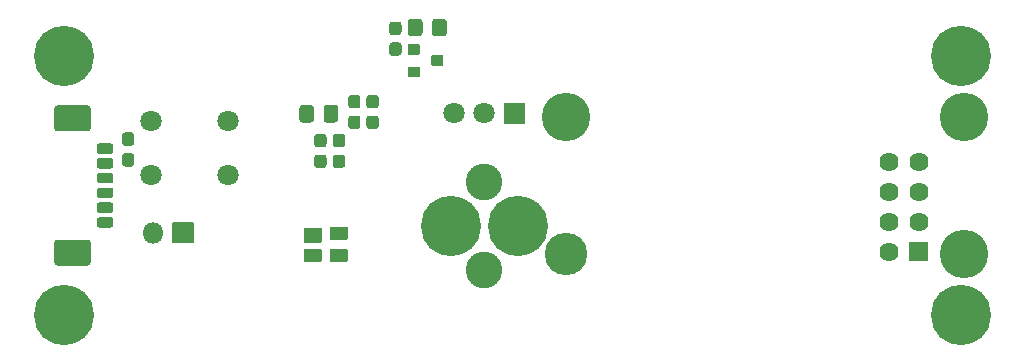
<source format=gts>
%TF.GenerationSoftware,KiCad,Pcbnew,5.99.0-unknown-57e35c9~88~ubuntu19.10.1*%
%TF.CreationDate,2021-08-07T12:38:01-04:00*%
%TF.ProjectId,FOD,464f442e-6b69-4636-9164-5f7063625858,rev?*%
%TF.SameCoordinates,Original*%
%TF.FileFunction,Soldermask,Top*%
%TF.FilePolarity,Negative*%
%FSLAX46Y46*%
G04 Gerber Fmt 4.6, Leading zero omitted, Abs format (unit mm)*
G04 Created by KiCad (PCBNEW 5.99.0-unknown-57e35c9~88~ubuntu19.10.1) date 2021-08-07 12:38:01*
%MOMM*%
%LPD*%
G01*
G04 APERTURE LIST*
%ADD10C,4.100000*%
%ADD11C,3.600000*%
%ADD12C,3.100000*%
%ADD13C,5.100000*%
%ADD14C,1.800000*%
%ADD15C,1.624000*%
%ADD16O,1.800000X1.800000*%
G04 APERTURE END LIST*
D10*
%TO.C,U6*%
X180654999Y-57104999D03*
X180654999Y-68744999D03*
X146954999Y-57104999D03*
D11*
X146954999Y-68744999D03*
D12*
X140004999Y-62600000D03*
X140004999Y-70049998D03*
D13*
X137154999Y-66324999D03*
X142854999Y-66324999D03*
X180354999Y-51924999D03*
X180354999Y-73924999D03*
X104454999Y-73924999D03*
X104454999Y-51924999D03*
%TD*%
%TO.C,J4*%
G36*
G01*
X103861800Y-67499999D02*
X106438200Y-67499999D01*
G75*
G02*
X106700000Y-67761799I0J-261800D01*
G01*
X106700000Y-69438199D01*
G75*
G02*
X106438200Y-69699999I-261800J0D01*
G01*
X103861800Y-69699999D01*
G75*
G02*
X103600000Y-69438199I0J261800D01*
G01*
X103600000Y-67761799D01*
G75*
G02*
X103861800Y-67499999I261800J0D01*
G01*
G37*
G36*
G01*
X103861800Y-56149999D02*
X106438200Y-56149999D01*
G75*
G02*
X106700000Y-56411799I0J-261800D01*
G01*
X106700000Y-58088199D01*
G75*
G02*
X106438200Y-58349999I-261800J0D01*
G01*
X103861800Y-58349999D01*
G75*
G02*
X103600000Y-58088199I0J261800D01*
G01*
X103600000Y-56411799D01*
G75*
G02*
X103861800Y-56149999I261800J0D01*
G01*
G37*
G36*
G01*
X107425000Y-65599999D02*
X108375000Y-65599999D01*
G75*
G02*
X108600000Y-65824999I0J-225000D01*
G01*
X108600000Y-66274999D01*
G75*
G02*
X108375000Y-66499999I-225000J0D01*
G01*
X107425000Y-66499999D01*
G75*
G02*
X107200000Y-66274999I0J225000D01*
G01*
X107200000Y-65824999D01*
G75*
G02*
X107425000Y-65599999I225000J0D01*
G01*
G37*
G36*
G01*
X107425000Y-64349999D02*
X108375000Y-64349999D01*
G75*
G02*
X108600000Y-64574999I0J-225000D01*
G01*
X108600000Y-65024999D01*
G75*
G02*
X108375000Y-65249999I-225000J0D01*
G01*
X107425000Y-65249999D01*
G75*
G02*
X107200000Y-65024999I0J225000D01*
G01*
X107200000Y-64574999D01*
G75*
G02*
X107425000Y-64349999I225000J0D01*
G01*
G37*
G36*
G01*
X107425000Y-63099999D02*
X108375000Y-63099999D01*
G75*
G02*
X108600000Y-63324999I0J-225000D01*
G01*
X108600000Y-63774999D01*
G75*
G02*
X108375000Y-63999999I-225000J0D01*
G01*
X107425000Y-63999999D01*
G75*
G02*
X107200000Y-63774999I0J225000D01*
G01*
X107200000Y-63324999D01*
G75*
G02*
X107425000Y-63099999I225000J0D01*
G01*
G37*
G36*
G01*
X107425000Y-61849999D02*
X108375000Y-61849999D01*
G75*
G02*
X108600000Y-62074999I0J-225000D01*
G01*
X108600000Y-62524999D01*
G75*
G02*
X108375000Y-62749999I-225000J0D01*
G01*
X107425000Y-62749999D01*
G75*
G02*
X107200000Y-62524999I0J225000D01*
G01*
X107200000Y-62074999D01*
G75*
G02*
X107425000Y-61849999I225000J0D01*
G01*
G37*
G36*
G01*
X107425000Y-60599999D02*
X108375000Y-60599999D01*
G75*
G02*
X108600000Y-60824999I0J-225000D01*
G01*
X108600000Y-61274999D01*
G75*
G02*
X108375000Y-61499999I-225000J0D01*
G01*
X107425000Y-61499999D01*
G75*
G02*
X107200000Y-61274999I0J225000D01*
G01*
X107200000Y-60824999D01*
G75*
G02*
X107425000Y-60599999I225000J0D01*
G01*
G37*
G36*
G01*
X107425000Y-59349999D02*
X108375000Y-59349999D01*
G75*
G02*
X108600000Y-59574999I0J-225000D01*
G01*
X108600000Y-60024999D01*
G75*
G02*
X108375000Y-60249999I-225000J0D01*
G01*
X107425000Y-60249999D01*
G75*
G02*
X107200000Y-60024999I0J225000D01*
G01*
X107200000Y-59574999D01*
G75*
G02*
X107425000Y-59349999I225000J0D01*
G01*
G37*
%TD*%
D14*
%TO.C,U4*%
X137464999Y-56800000D03*
X140004999Y-56800000D03*
G36*
G01*
X141694999Y-55900000D02*
X143394999Y-55900000D01*
G75*
G02*
X143444999Y-55950000I0J-50000D01*
G01*
X143444999Y-57650000D01*
G75*
G02*
X143394999Y-57700000I-50000J0D01*
G01*
X141694999Y-57700000D01*
G75*
G02*
X141644999Y-57650000I0J50000D01*
G01*
X141644999Y-55950000D01*
G75*
G02*
X141694999Y-55900000I50000J0D01*
G01*
G37*
%TD*%
D15*
%TO.C,U3*%
X174260000Y-60905000D03*
X176800000Y-60905000D03*
X174260000Y-63445000D03*
X176800000Y-63445000D03*
X174260000Y-65985000D03*
X176800000Y-65985000D03*
X174260000Y-68525000D03*
G36*
G01*
X177612000Y-67763000D02*
X177612000Y-69287000D01*
G75*
G02*
X177562000Y-69337000I-50000J0D01*
G01*
X176038000Y-69337000D01*
G75*
G02*
X175988000Y-69287000I0J50000D01*
G01*
X175988000Y-67763000D01*
G75*
G02*
X176038000Y-67713000I50000J0D01*
G01*
X177562000Y-67713000D01*
G75*
G02*
X177612000Y-67763000I0J-50000D01*
G01*
G37*
%TD*%
D14*
%TO.C,SW1*%
X111800000Y-57500000D03*
X118300000Y-57500000D03*
X111800000Y-62000000D03*
X118300000Y-62000000D03*
%TD*%
%TO.C,R6*%
G36*
G01*
X132737500Y-50200000D02*
X132212500Y-50200000D01*
G75*
G02*
X131950000Y-49937500I0J262500D01*
G01*
X131950000Y-49312500D01*
G75*
G02*
X132212500Y-49050000I262500J0D01*
G01*
X132737500Y-49050000D01*
G75*
G02*
X133000000Y-49312500I0J-262500D01*
G01*
X133000000Y-49937500D01*
G75*
G02*
X132737500Y-50200000I-262500J0D01*
G01*
G37*
G36*
G01*
X132737500Y-51950000D02*
X132212500Y-51950000D01*
G75*
G02*
X131950000Y-51687500I0J262500D01*
G01*
X131950000Y-51062500D01*
G75*
G02*
X132212500Y-50800000I262500J0D01*
G01*
X132737500Y-50800000D01*
G75*
G02*
X133000000Y-51062500I0J-262500D01*
G01*
X133000000Y-51687500D01*
G75*
G02*
X132737500Y-51950000I-262500J0D01*
G01*
G37*
%TD*%
%TO.C,R2*%
G36*
G01*
X110112500Y-59575000D02*
X109587500Y-59575000D01*
G75*
G02*
X109325000Y-59312500I0J262500D01*
G01*
X109325000Y-58687500D01*
G75*
G02*
X109587500Y-58425000I262500J0D01*
G01*
X110112500Y-58425000D01*
G75*
G02*
X110375000Y-58687500I0J-262500D01*
G01*
X110375000Y-59312500D01*
G75*
G02*
X110112500Y-59575000I-262500J0D01*
G01*
G37*
G36*
G01*
X110112500Y-61325000D02*
X109587500Y-61325000D01*
G75*
G02*
X109325000Y-61062500I0J262500D01*
G01*
X109325000Y-60437500D01*
G75*
G02*
X109587500Y-60175000I262500J0D01*
G01*
X110112500Y-60175000D01*
G75*
G02*
X110375000Y-60437500I0J-262500D01*
G01*
X110375000Y-61062500D01*
G75*
G02*
X110112500Y-61325000I-262500J0D01*
G01*
G37*
%TD*%
%TO.C,Q1*%
G36*
G01*
X135525000Y-52750000D02*
X135525000Y-51950000D01*
G75*
G02*
X135575000Y-51900000I50000J0D01*
G01*
X136475000Y-51900000D01*
G75*
G02*
X136525000Y-51950000I0J-50000D01*
G01*
X136525000Y-52750000D01*
G75*
G02*
X136475000Y-52800000I-50000J0D01*
G01*
X135575000Y-52800000D01*
G75*
G02*
X135525000Y-52750000I0J50000D01*
G01*
G37*
G36*
G01*
X133525000Y-53700000D02*
X133525000Y-52900000D01*
G75*
G02*
X133575000Y-52850000I50000J0D01*
G01*
X134475000Y-52850000D01*
G75*
G02*
X134525000Y-52900000I0J-50000D01*
G01*
X134525000Y-53700000D01*
G75*
G02*
X134475000Y-53750000I-50000J0D01*
G01*
X133575000Y-53750000D01*
G75*
G02*
X133525000Y-53700000I0J50000D01*
G01*
G37*
G36*
G01*
X133525000Y-51800000D02*
X133525000Y-51000000D01*
G75*
G02*
X133575000Y-50950000I50000J0D01*
G01*
X134475000Y-50950000D01*
G75*
G02*
X134525000Y-51000000I0J-50000D01*
G01*
X134525000Y-51800000D01*
G75*
G02*
X134475000Y-51850000I-50000J0D01*
G01*
X133575000Y-51850000D01*
G75*
G02*
X133525000Y-51800000I0J50000D01*
G01*
G37*
%TD*%
%TO.C,L1*%
G36*
G01*
X125600000Y-56371738D02*
X125600000Y-57328262D01*
G75*
G02*
X125328262Y-57600000I-271738J0D01*
G01*
X124621738Y-57600000D01*
G75*
G02*
X124350000Y-57328262I0J271738D01*
G01*
X124350000Y-56371738D01*
G75*
G02*
X124621738Y-56100000I271738J0D01*
G01*
X125328262Y-56100000D01*
G75*
G02*
X125600000Y-56371738I0J-271738D01*
G01*
G37*
G36*
G01*
X127650000Y-56371738D02*
X127650000Y-57328262D01*
G75*
G02*
X127378262Y-57600000I-271738J0D01*
G01*
X126671738Y-57600000D01*
G75*
G02*
X126400000Y-57328262I0J271738D01*
G01*
X126400000Y-56371738D01*
G75*
G02*
X126671738Y-56100000I271738J0D01*
G01*
X127378262Y-56100000D01*
G75*
G02*
X127650000Y-56371738I0J-271738D01*
G01*
G37*
%TD*%
D16*
%TO.C,J3*%
X111960000Y-66925000D03*
G36*
G01*
X113650000Y-66025000D02*
X115350000Y-66025000D01*
G75*
G02*
X115400000Y-66075000I0J-50000D01*
G01*
X115400000Y-67775000D01*
G75*
G02*
X115350000Y-67825000I-50000J0D01*
G01*
X113650000Y-67825000D01*
G75*
G02*
X113600000Y-67775000I0J50000D01*
G01*
X113600000Y-66075000D01*
G75*
G02*
X113650000Y-66025000I50000J0D01*
G01*
G37*
%TD*%
%TO.C,D2*%
G36*
G01*
X134775000Y-49071738D02*
X134775000Y-50028262D01*
G75*
G02*
X134503262Y-50300000I-271738J0D01*
G01*
X133796738Y-50300000D01*
G75*
G02*
X133525000Y-50028262I0J271738D01*
G01*
X133525000Y-49071738D01*
G75*
G02*
X133796738Y-48800000I271738J0D01*
G01*
X134503262Y-48800000D01*
G75*
G02*
X134775000Y-49071738I0J-271738D01*
G01*
G37*
G36*
G01*
X136825000Y-49071738D02*
X136825000Y-50028262D01*
G75*
G02*
X136553262Y-50300000I-271738J0D01*
G01*
X135846738Y-50300000D01*
G75*
G02*
X135575000Y-50028262I0J271738D01*
G01*
X135575000Y-49071738D01*
G75*
G02*
X135846738Y-48800000I271738J0D01*
G01*
X136553262Y-48800000D01*
G75*
G02*
X136825000Y-49071738I0J-271738D01*
G01*
G37*
%TD*%
%TO.C,D1*%
G36*
G01*
X126975000Y-66400000D02*
X128375000Y-66400000D01*
G75*
G02*
X128425000Y-66450000I0J-50000D01*
G01*
X128425000Y-67450000D01*
G75*
G02*
X128375000Y-67500000I-50000J0D01*
G01*
X126975000Y-67500000D01*
G75*
G02*
X126925000Y-67450000I0J50000D01*
G01*
X126925000Y-66450000D01*
G75*
G02*
X126975000Y-66400000I50000J0D01*
G01*
G37*
G36*
G01*
X126975000Y-68300000D02*
X128375000Y-68300000D01*
G75*
G02*
X128425000Y-68350000I0J-50000D01*
G01*
X128425000Y-69350000D01*
G75*
G02*
X128375000Y-69400000I-50000J0D01*
G01*
X126975000Y-69400000D01*
G75*
G02*
X126925000Y-69350000I0J50000D01*
G01*
X126925000Y-68350000D01*
G75*
G02*
X126975000Y-68300000I50000J0D01*
G01*
G37*
G36*
G01*
X124775000Y-68300000D02*
X126175000Y-68300000D01*
G75*
G02*
X126225000Y-68350000I0J-50000D01*
G01*
X126225000Y-69350000D01*
G75*
G02*
X126175000Y-69400000I-50000J0D01*
G01*
X124775000Y-69400000D01*
G75*
G02*
X124725000Y-69350000I0J50000D01*
G01*
X124725000Y-68350000D01*
G75*
G02*
X124775000Y-68300000I50000J0D01*
G01*
G37*
G36*
G01*
X124775000Y-66480000D02*
X126175000Y-66480000D01*
G75*
G02*
X126225000Y-66530000I0J-50000D01*
G01*
X126225000Y-67730000D01*
G75*
G02*
X126175000Y-67780000I-50000J0D01*
G01*
X124775000Y-67780000D01*
G75*
G02*
X124725000Y-67730000I0J50000D01*
G01*
X124725000Y-66530000D01*
G75*
G02*
X124775000Y-66480000I50000J0D01*
G01*
G37*
%TD*%
%TO.C,C3b1*%
G36*
G01*
X127437500Y-60300000D02*
X127962500Y-60300000D01*
G75*
G02*
X128225000Y-60562500I0J-262500D01*
G01*
X128225000Y-61187500D01*
G75*
G02*
X127962500Y-61450000I-262500J0D01*
G01*
X127437500Y-61450000D01*
G75*
G02*
X127175000Y-61187500I0J262500D01*
G01*
X127175000Y-60562500D01*
G75*
G02*
X127437500Y-60300000I262500J0D01*
G01*
G37*
G36*
G01*
X127437500Y-58550000D02*
X127962500Y-58550000D01*
G75*
G02*
X128225000Y-58812500I0J-262500D01*
G01*
X128225000Y-59437500D01*
G75*
G02*
X127962500Y-59700000I-262500J0D01*
G01*
X127437500Y-59700000D01*
G75*
G02*
X127175000Y-59437500I0J262500D01*
G01*
X127175000Y-58812500D01*
G75*
G02*
X127437500Y-58550000I262500J0D01*
G01*
G37*
%TD*%
%TO.C,C3a1*%
G36*
G01*
X125862500Y-60300000D02*
X126387500Y-60300000D01*
G75*
G02*
X126650000Y-60562500I0J-262500D01*
G01*
X126650000Y-61187500D01*
G75*
G02*
X126387500Y-61450000I-262500J0D01*
G01*
X125862500Y-61450000D01*
G75*
G02*
X125600000Y-61187500I0J262500D01*
G01*
X125600000Y-60562500D01*
G75*
G02*
X125862500Y-60300000I262500J0D01*
G01*
G37*
G36*
G01*
X125862500Y-58550000D02*
X126387500Y-58550000D01*
G75*
G02*
X126650000Y-58812500I0J-262500D01*
G01*
X126650000Y-59437500D01*
G75*
G02*
X126387500Y-59700000I-262500J0D01*
G01*
X125862500Y-59700000D01*
G75*
G02*
X125600000Y-59437500I0J262500D01*
G01*
X125600000Y-58812500D01*
G75*
G02*
X125862500Y-58550000I262500J0D01*
G01*
G37*
%TD*%
%TO.C,C2b1*%
G36*
G01*
X129262500Y-56400000D02*
X128737500Y-56400000D01*
G75*
G02*
X128475000Y-56137500I0J262500D01*
G01*
X128475000Y-55512500D01*
G75*
G02*
X128737500Y-55250000I262500J0D01*
G01*
X129262500Y-55250000D01*
G75*
G02*
X129525000Y-55512500I0J-262500D01*
G01*
X129525000Y-56137500D01*
G75*
G02*
X129262500Y-56400000I-262500J0D01*
G01*
G37*
G36*
G01*
X129262500Y-58150000D02*
X128737500Y-58150000D01*
G75*
G02*
X128475000Y-57887500I0J262500D01*
G01*
X128475000Y-57262500D01*
G75*
G02*
X128737500Y-57000000I262500J0D01*
G01*
X129262500Y-57000000D01*
G75*
G02*
X129525000Y-57262500I0J-262500D01*
G01*
X129525000Y-57887500D01*
G75*
G02*
X129262500Y-58150000I-262500J0D01*
G01*
G37*
%TD*%
%TO.C,C2a1*%
G36*
G01*
X130812500Y-56400000D02*
X130287500Y-56400000D01*
G75*
G02*
X130025000Y-56137500I0J262500D01*
G01*
X130025000Y-55512500D01*
G75*
G02*
X130287500Y-55250000I262500J0D01*
G01*
X130812500Y-55250000D01*
G75*
G02*
X131075000Y-55512500I0J-262500D01*
G01*
X131075000Y-56137500D01*
G75*
G02*
X130812500Y-56400000I-262500J0D01*
G01*
G37*
G36*
G01*
X130812500Y-58150000D02*
X130287500Y-58150000D01*
G75*
G02*
X130025000Y-57887500I0J262500D01*
G01*
X130025000Y-57262500D01*
G75*
G02*
X130287500Y-57000000I262500J0D01*
G01*
X130812500Y-57000000D01*
G75*
G02*
X131075000Y-57262500I0J-262500D01*
G01*
X131075000Y-57887500D01*
G75*
G02*
X130812500Y-58150000I-262500J0D01*
G01*
G37*
%TD*%
M02*

</source>
